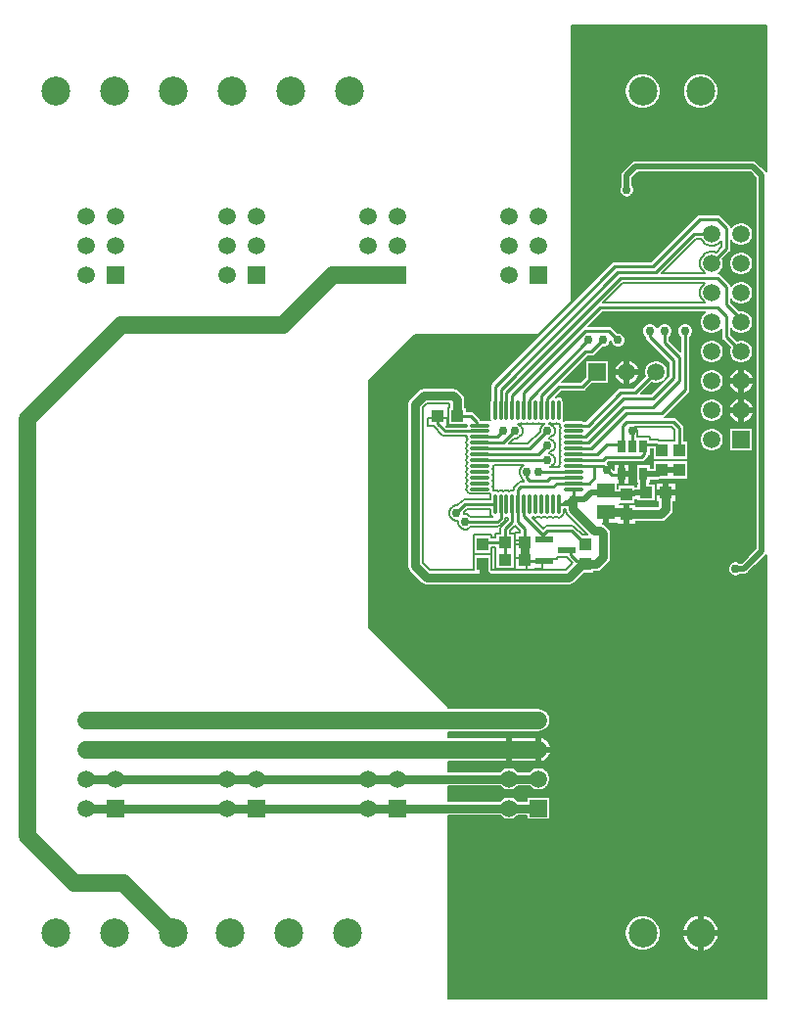
<source format=gbl>
%FSDAX24Y24*%
%MOIN*%
%SFA1B1*%

%IPPOS*%
%ADD11C,0.010000*%
%ADD16C,0.005000*%
%ADD17R,0.039370X0.043310*%
%ADD18R,0.043310X0.039370*%
%ADD44C,0.030000*%
%ADD45C,0.020000*%
%ADD47C,0.060000*%
%ADD50C,0.098430*%
%ADD51R,0.059060X0.059060*%
%ADD52C,0.059060*%
%ADD53R,0.059060X0.059060*%
%ADD54C,0.030000*%
%ADD55O,0.070870X0.011810*%
%ADD56O,0.011810X0.070870*%
%ADD57R,0.059060X0.023620*%
%ADD58R,0.059060X0.051180*%
%ADD59R,0.025590X0.043310*%
%LNpcb_baseboard-1*%
%LPD*%
G54D16*
X026615Y028345D02*
X026600Y028340D01*
X026598Y028344*
X026294Y028648*
X026229Y028691*
X026152Y028707*
X022147*
X022070Y028691*
X022005Y028648*
X021701Y028344*
X021658Y028279*
X021642Y028202*
Y027851*
X021634Y027843*
X021596Y027750*
Y027649*
X021634Y027556*
X021706Y027484*
X021799Y027446*
X021900*
X021993Y027484*
X022065Y027556*
X022103Y027649*
Y027750*
X022065Y027843*
X022057Y027851*
Y028114*
X022235Y028292*
X026064*
X026242Y028114*
Y015485*
X025764Y015007*
X025701*
X025693Y015015*
X025600Y015053*
X025499*
X025406Y015015*
X025334Y014943*
X025296Y014850*
Y014749*
X025334Y014656*
X025406Y014584*
X025499Y014546*
X025600*
X025693Y014584*
X025701Y014592*
X025852*
X025929Y014608*
X025994Y014651*
X026598Y015255*
X026600Y015259*
X026615Y015254*
Y000156*
X015775*
Y006391*
X017543*
X017605Y006330*
X017695Y006278*
X017797Y006251*
X017902*
X018004Y006278*
X018095Y006330*
X018156Y006391*
X018451*
Y006251*
X019249*
Y007049*
X018451*
Y006908*
X018156*
X018095Y006969*
X018004Y007021*
X017902Y007049*
X017797*
X017695Y007021*
X017605Y006969*
X017543Y006908*
X015775*
Y007391*
X017543*
X017605Y007330*
X017695Y007278*
X017797Y007251*
X017902*
X018004Y007278*
X018095Y007330*
X018156Y007391*
X018543*
X018605Y007330*
X018695Y007278*
X018797Y007251*
X018902*
X019004Y007278*
X019094Y007330*
X019169Y007404*
X019221Y007495*
X019249Y007597*
Y007702*
X019221Y007804*
X019169Y007894*
X019094Y007969*
X019004Y008021*
X018902Y008049*
X018797*
X018695Y008021*
X018605Y007969*
X018543Y007908*
X018156*
X018095Y007969*
X018004Y008021*
X017902Y008049*
X017797*
X017695Y008021*
X017605Y007969*
X017543Y007908*
X015775*
Y008243*
X017745*
X017775Y008235*
Y008650*
Y009064*
X017745Y009057*
X015775*
Y009243*
X018851*
X018955Y009256*
X019053Y009297*
X019137Y009362*
X019202Y009446*
X019243Y009544*
X019257Y009650*
X019243Y009755*
X019202Y009853*
X019137Y009937*
X019053Y010002*
X018955Y010043*
X018851Y010057*
X015775*
Y010110*
X013075Y012810*
Y021189*
X014660Y022775*
X018860*
X019975Y023889*
Y033308*
X026615*
Y028345*
X013090Y012800D02*
Y021200D01*
X013140Y012750D02*
Y021250D01*
X013190Y012700D02*
Y021300D01*
X013240Y012650D02*
Y021350D01*
X013290Y012600D02*
Y021400D01*
X013340Y012550D02*
Y021450D01*
X013390Y012500D02*
Y021500D01*
X013440Y012450D02*
Y021550D01*
X013490Y012400D02*
Y021600D01*
X013540Y012350D02*
Y021650D01*
X013590Y012300D02*
Y021700D01*
X013640Y012250D02*
Y021750D01*
X013690Y012200D02*
Y021800D01*
X013740Y012150D02*
Y021850D01*
X013790Y012100D02*
Y021900D01*
X013840Y012050D02*
Y021950D01*
X013890Y012000D02*
Y022000D01*
X013940Y011950D02*
Y022050D01*
X013990Y011900D02*
Y022100D01*
X014040Y011850D02*
Y022150D01*
X014090Y011800D02*
Y022200D01*
X014140Y011750D02*
Y022250D01*
X014190Y011700D02*
Y022300D01*
X014240Y011650D02*
Y022350D01*
X014290Y011600D02*
Y022400D01*
X014340Y011550D02*
Y022450D01*
X014390Y011500D02*
Y022500D01*
X014440Y011450D02*
Y022550D01*
X014490Y011400D02*
Y022600D01*
X014540Y011350D02*
Y022650D01*
X014590Y011300D02*
Y022700D01*
X014640Y011250D02*
Y022750D01*
X014690Y011200D02*
Y022760D01*
X014740Y011150D02*
Y022760D01*
X014790Y011100D02*
Y022760D01*
X014840Y011050D02*
Y022760D01*
X014890Y011000D02*
Y022760D01*
X014940Y010950D02*
Y022760D01*
X014990Y010900D02*
Y022760D01*
X015040Y010850D02*
Y022760D01*
X015090Y010800D02*
Y022760D01*
X015140Y010750D02*
Y022760D01*
X015190Y010700D02*
Y022760D01*
X015240Y010650D02*
Y022760D01*
X015290Y010600D02*
Y022760D01*
X015340Y010550D02*
Y022760D01*
X015390Y010500D02*
Y022760D01*
X015440Y010450D02*
Y022760D01*
X015490Y010400D02*
Y022760D01*
X015540Y010350D02*
Y022760D01*
X015590Y010300D02*
Y022760D01*
X015640Y010250D02*
Y022760D01*
X015690Y010200D02*
Y022760D01*
X015740Y010150D02*
Y022760D01*
X015790Y000170D02*
Y006380D01*
Y006920D02*
Y007380D01*
Y007920D02*
Y008230D01*
Y009070D02*
Y009230D01*
Y010070D02*
Y022760D01*
X015840Y000170D02*
Y006380D01*
Y006920D02*
Y007380D01*
Y007920D02*
Y008230D01*
Y009070D02*
Y009230D01*
Y010070D02*
Y022760D01*
X015890Y000170D02*
Y006380D01*
Y006920D02*
Y007380D01*
Y007920D02*
Y008230D01*
Y009070D02*
Y009230D01*
Y010070D02*
Y022760D01*
X015940Y000170D02*
Y006380D01*
Y006920D02*
Y007380D01*
Y007920D02*
Y008230D01*
Y009070D02*
Y009230D01*
Y010070D02*
Y022760D01*
X015990Y000170D02*
Y006380D01*
Y006920D02*
Y007380D01*
Y007920D02*
Y008230D01*
Y009070D02*
Y009230D01*
Y010070D02*
Y022760D01*
X016040Y000170D02*
Y006380D01*
Y006920D02*
Y007380D01*
Y007920D02*
Y008230D01*
Y009070D02*
Y009230D01*
Y010070D02*
Y022760D01*
X016090Y000170D02*
Y006380D01*
Y006920D02*
Y007380D01*
Y007920D02*
Y008230D01*
Y009070D02*
Y009230D01*
Y010070D02*
Y022760D01*
X016140Y000170D02*
Y006380D01*
Y006920D02*
Y007380D01*
Y007920D02*
Y008230D01*
Y009070D02*
Y009230D01*
Y010070D02*
Y022760D01*
X016190Y000170D02*
Y006380D01*
Y006920D02*
Y007380D01*
Y007920D02*
Y008230D01*
Y009070D02*
Y009230D01*
Y010070D02*
Y022760D01*
X016240Y000170D02*
Y006380D01*
Y006920D02*
Y007380D01*
Y007920D02*
Y008230D01*
Y009070D02*
Y009230D01*
Y010070D02*
Y022760D01*
X016290Y000170D02*
Y006380D01*
Y006920D02*
Y007380D01*
Y007920D02*
Y008230D01*
Y009070D02*
Y009230D01*
Y010070D02*
Y022760D01*
X016340Y000170D02*
Y006380D01*
Y006920D02*
Y007380D01*
Y007920D02*
Y008230D01*
Y009070D02*
Y009230D01*
Y010070D02*
Y022760D01*
X016390Y000170D02*
Y006380D01*
Y006920D02*
Y007380D01*
Y007920D02*
Y008230D01*
Y009070D02*
Y009230D01*
Y010070D02*
Y022760D01*
X016440Y000170D02*
Y006380D01*
Y006920D02*
Y007380D01*
Y007920D02*
Y008230D01*
Y009070D02*
Y009230D01*
Y010070D02*
Y022760D01*
X016490Y000170D02*
Y006380D01*
Y006920D02*
Y007380D01*
Y007920D02*
Y008230D01*
Y009070D02*
Y009230D01*
Y010070D02*
Y022760D01*
X016540Y000170D02*
Y006380D01*
Y006920D02*
Y007380D01*
Y007920D02*
Y008230D01*
Y009070D02*
Y009230D01*
Y010070D02*
Y022760D01*
X016590Y000170D02*
Y006380D01*
Y006920D02*
Y007380D01*
Y007920D02*
Y008230D01*
Y009070D02*
Y009230D01*
Y010070D02*
Y022760D01*
X016640Y000170D02*
Y006380D01*
Y006920D02*
Y007380D01*
Y007920D02*
Y008230D01*
Y009070D02*
Y009230D01*
Y010070D02*
Y022760D01*
X016690Y000170D02*
Y006380D01*
Y006920D02*
Y007380D01*
Y007920D02*
Y008230D01*
Y009070D02*
Y009230D01*
Y010070D02*
Y022760D01*
X016740Y000170D02*
Y006380D01*
Y006920D02*
Y007380D01*
Y007920D02*
Y008230D01*
Y009070D02*
Y009230D01*
Y010070D02*
Y022760D01*
X016790Y000170D02*
Y006380D01*
Y006920D02*
Y007380D01*
Y007920D02*
Y008230D01*
Y009070D02*
Y009230D01*
Y010070D02*
Y022760D01*
X016840Y000170D02*
Y006380D01*
Y006920D02*
Y007380D01*
Y007920D02*
Y008230D01*
Y009070D02*
Y009230D01*
Y010070D02*
Y022760D01*
X016890Y000170D02*
Y006380D01*
Y006920D02*
Y007380D01*
Y007920D02*
Y008230D01*
Y009070D02*
Y009230D01*
Y010070D02*
Y022760D01*
X016940Y000170D02*
Y006380D01*
Y006920D02*
Y007380D01*
Y007920D02*
Y008230D01*
Y009070D02*
Y009230D01*
Y010070D02*
Y022760D01*
X016990Y000170D02*
Y006380D01*
Y006920D02*
Y007380D01*
Y007920D02*
Y008230D01*
Y009070D02*
Y009230D01*
Y010070D02*
Y022760D01*
X017040Y000170D02*
Y006380D01*
Y006920D02*
Y007380D01*
Y007920D02*
Y008230D01*
Y009070D02*
Y009230D01*
Y010070D02*
Y022760D01*
X017090Y000170D02*
Y006380D01*
Y006920D02*
Y007380D01*
Y007920D02*
Y008230D01*
Y009070D02*
Y009230D01*
Y010070D02*
Y022760D01*
X017140Y000170D02*
Y006380D01*
Y006920D02*
Y007380D01*
Y007920D02*
Y008230D01*
Y009070D02*
Y009230D01*
Y010070D02*
Y022760D01*
X017190Y000170D02*
Y006380D01*
Y006920D02*
Y007380D01*
Y007920D02*
Y008230D01*
Y009070D02*
Y009230D01*
Y010070D02*
Y022760D01*
X017240Y000170D02*
Y006380D01*
Y006920D02*
Y007380D01*
Y007920D02*
Y008230D01*
Y009070D02*
Y009230D01*
Y010070D02*
Y022760D01*
X017290Y000170D02*
Y006380D01*
Y006920D02*
Y007380D01*
Y007920D02*
Y008230D01*
Y009070D02*
Y009230D01*
Y010070D02*
Y022760D01*
X017340Y000170D02*
Y006380D01*
Y006920D02*
Y007380D01*
Y007920D02*
Y008230D01*
Y009070D02*
Y009230D01*
Y010070D02*
Y022760D01*
X017390Y000170D02*
Y006380D01*
Y006920D02*
Y007380D01*
Y007920D02*
Y008230D01*
Y009070D02*
Y009230D01*
Y010070D02*
Y022760D01*
X017440Y000170D02*
Y006380D01*
Y006920D02*
Y007380D01*
Y007920D02*
Y008230D01*
Y009070D02*
Y009230D01*
Y010070D02*
Y022760D01*
X017490Y000170D02*
Y006380D01*
Y006920D02*
Y007380D01*
Y007920D02*
Y008230D01*
Y009070D02*
Y009230D01*
Y010070D02*
Y022760D01*
X017540Y000170D02*
Y006380D01*
Y006930D02*
Y007380D01*
Y007930D02*
Y008230D01*
Y009070D02*
Y009230D01*
Y010070D02*
Y022760D01*
X017590Y000170D02*
Y006340D01*
Y006970D02*
Y007340D01*
Y007970D02*
Y008230D01*
Y009070D02*
Y009230D01*
Y010070D02*
Y022760D01*
X017640Y000170D02*
Y006310D01*
Y007000D02*
Y007310D01*
Y008000D02*
Y008230D01*
Y009070D02*
Y009230D01*
Y010070D02*
Y022760D01*
X017690Y000170D02*
Y006280D01*
Y007030D02*
Y007280D01*
Y008030D02*
Y008230D01*
Y009070D02*
Y009230D01*
Y010070D02*
Y022760D01*
X017740Y000170D02*
Y006260D01*
Y007050D02*
Y007260D01*
Y008050D02*
Y008230D01*
Y009070D02*
Y009230D01*
Y010070D02*
Y022760D01*
X017790Y000170D02*
Y006250D01*
Y007060D02*
Y007250D01*
Y008060D02*
Y009230D01*
Y010070D02*
Y022760D01*
X017840Y000170D02*
Y006240D01*
Y007060D02*
Y007240D01*
Y008060D02*
Y009230D01*
Y010070D02*
Y022760D01*
X017890Y000170D02*
Y006240D01*
Y007060D02*
Y007240D01*
Y008060D02*
Y009230D01*
Y010070D02*
Y022760D01*
X017940Y000170D02*
Y006260D01*
Y007050D02*
Y007260D01*
Y008050D02*
Y009230D01*
Y010070D02*
Y022760D01*
X017990Y000170D02*
Y006270D01*
Y007040D02*
Y007270D01*
Y008040D02*
Y009230D01*
Y010070D02*
Y022760D01*
X018040Y000170D02*
Y006300D01*
Y007010D02*
Y007300D01*
Y008010D02*
Y009230D01*
Y010070D02*
Y022760D01*
X018090Y000170D02*
Y006320D01*
Y006990D02*
Y007320D01*
Y007990D02*
Y009230D01*
Y010070D02*
Y022760D01*
X018140Y000170D02*
Y006370D01*
Y006940D02*
Y007370D01*
Y007940D02*
Y009230D01*
Y010070D02*
Y022760D01*
X018190Y000170D02*
Y006380D01*
Y006920D02*
Y007380D01*
Y007920D02*
Y009230D01*
Y010070D02*
Y022760D01*
X018240Y000170D02*
Y006380D01*
Y006920D02*
Y007380D01*
Y007920D02*
Y009230D01*
Y010070D02*
Y022760D01*
X018290Y000170D02*
Y006380D01*
Y006920D02*
Y007380D01*
Y007920D02*
Y009230D01*
Y010070D02*
Y022760D01*
X018340Y000170D02*
Y006380D01*
Y006920D02*
Y007380D01*
Y007920D02*
Y009230D01*
Y010070D02*
Y022760D01*
X018390Y000170D02*
Y006380D01*
Y006920D02*
Y007380D01*
Y007920D02*
Y009230D01*
Y010070D02*
Y022760D01*
X018440Y000170D02*
Y006380D01*
Y006920D02*
Y007380D01*
Y007920D02*
Y009230D01*
Y010070D02*
Y022760D01*
X018490Y000170D02*
Y006240D01*
Y007060D02*
Y007380D01*
Y007920D02*
Y009230D01*
Y010070D02*
Y022760D01*
X018540Y000170D02*
Y006240D01*
Y007060D02*
Y007380D01*
Y007930D02*
Y009230D01*
Y010070D02*
Y022760D01*
X018590Y000170D02*
Y006240D01*
Y007060D02*
Y007340D01*
Y007970D02*
Y009230D01*
Y010070D02*
Y022760D01*
X018640Y000170D02*
Y006240D01*
Y007060D02*
Y007310D01*
Y008000D02*
Y009230D01*
Y010070D02*
Y022760D01*
X018690Y000170D02*
Y006240D01*
Y007060D02*
Y007280D01*
Y008030D02*
Y009230D01*
Y010070D02*
Y022760D01*
X018740Y000170D02*
Y006240D01*
Y007060D02*
Y007260D01*
Y008050D02*
Y009230D01*
Y010070D02*
Y022760D01*
X018790Y000170D02*
Y006240D01*
Y007060D02*
Y007250D01*
Y008060D02*
Y009230D01*
Y010070D02*
Y022760D01*
X018840Y000170D02*
Y006240D01*
Y007060D02*
Y007240D01*
Y008060D02*
Y009230D01*
Y010070D02*
Y022760D01*
X018890Y000170D02*
Y006240D01*
Y007060D02*
Y007240D01*
Y008060D02*
Y009240D01*
Y010070D02*
Y022800D01*
X018940Y000170D02*
Y006240D01*
Y007060D02*
Y007260D01*
Y008050D02*
Y009250D01*
Y010060D02*
Y022850D01*
X018990Y000170D02*
Y006240D01*
Y007060D02*
Y007270D01*
Y008040D02*
Y009270D01*
Y010040D02*
Y022900D01*
X019040Y000170D02*
Y006240D01*
Y007060D02*
Y007300D01*
Y008010D02*
Y009290D01*
Y010020D02*
Y022950D01*
X019090Y000170D02*
Y006240D01*
Y007060D02*
Y007330D01*
Y007980D02*
Y009320D01*
Y009990D02*
Y023000D01*
X019140Y000170D02*
Y006240D01*
Y007060D02*
Y007370D01*
Y007930D02*
Y009360D01*
Y009950D02*
Y023050D01*
X019190Y000170D02*
Y006240D01*
Y007060D02*
Y007440D01*
Y007870D02*
Y009430D01*
Y009880D02*
Y023100D01*
X019240Y000170D02*
Y006240D01*
Y007060D02*
Y007560D01*
Y007750D02*
Y009540D01*
Y009770D02*
Y023150D01*
X019290Y000170D02*
Y023200D01*
X019340Y000170D02*
Y023250D01*
X019390Y000170D02*
Y023300D01*
X019440Y000170D02*
Y023350D01*
X019490Y000170D02*
Y023400D01*
X019540Y000170D02*
Y023450D01*
X019590Y000170D02*
Y023500D01*
X019640Y000170D02*
Y023550D01*
X019690Y000170D02*
Y023600D01*
X019740Y000170D02*
Y023650D01*
X019790Y000170D02*
Y023700D01*
X019840Y000170D02*
Y023750D01*
X019890Y000170D02*
Y023800D01*
X019940Y000170D02*
Y023850D01*
X019990Y000170D02*
Y033310D01*
X020040Y000170D02*
Y033310D01*
X020090Y000170D02*
Y033310D01*
X020140Y000170D02*
Y033310D01*
X020190Y000170D02*
Y033310D01*
X020240Y000170D02*
Y033310D01*
X020290Y000170D02*
Y033310D01*
X020340Y000170D02*
Y033310D01*
X020390Y000170D02*
Y033310D01*
X020440Y000170D02*
Y033310D01*
X020490Y000170D02*
Y033310D01*
X020540Y000170D02*
Y033310D01*
X020590Y000170D02*
Y033310D01*
X020640Y000170D02*
Y033310D01*
X020690Y000170D02*
Y033310D01*
X020740Y000170D02*
Y033310D01*
X020790Y000170D02*
Y033310D01*
X020840Y000170D02*
Y033310D01*
X020890Y000170D02*
Y033310D01*
X020940Y000170D02*
Y033310D01*
X020990Y000170D02*
Y033310D01*
X021040Y000170D02*
Y033310D01*
X021090Y000170D02*
Y033310D01*
X021140Y000170D02*
Y033310D01*
X021190Y000170D02*
Y033310D01*
X021240Y000170D02*
Y033310D01*
X021290Y000170D02*
Y033310D01*
X021340Y000170D02*
Y033310D01*
X021390Y000170D02*
Y033310D01*
X021440Y000170D02*
Y033310D01*
X021490Y000170D02*
Y033310D01*
X021540Y000170D02*
Y033310D01*
X021590Y000170D02*
Y033310D01*
X021640Y000170D02*
Y027540D01*
Y028220D02*
Y033310D01*
X021690Y000170D02*
Y027490D01*
Y028340D02*
Y033310D01*
X021740Y000170D02*
Y027460D01*
Y028400D02*
Y033310D01*
X021790Y000170D02*
Y027450D01*
Y028450D02*
Y033310D01*
X021840Y000170D02*
Y027440D01*
Y028500D02*
Y033310D01*
X021890Y000170D02*
Y027440D01*
Y028550D02*
Y033310D01*
X021940Y000170D02*
Y027460D01*
Y028600D02*
Y033310D01*
X021990Y000170D02*
Y027480D01*
Y028650D02*
Y033310D01*
X022040Y000170D02*
Y027530D01*
Y028690D02*
Y033310D01*
X022090Y000170D02*
Y027620D01*
Y027790D02*
Y028140D01*
Y028710D02*
Y033310D01*
X022140Y000170D02*
Y028190D01*
Y028720D02*
Y033310D01*
X022190Y000170D02*
Y028240D01*
Y028720D02*
Y033310D01*
X022240Y000170D02*
Y028280D01*
Y028720D02*
Y033310D01*
X022290Y000170D02*
Y028280D01*
Y028720D02*
Y033310D01*
X022340Y000170D02*
Y028280D01*
Y028720D02*
Y033310D01*
X022390Y000170D02*
Y028280D01*
Y028720D02*
Y033310D01*
X022440Y000170D02*
Y028280D01*
Y028720D02*
Y033310D01*
X022490Y000170D02*
Y028280D01*
Y028720D02*
Y033310D01*
X022540Y000170D02*
Y028280D01*
Y028720D02*
Y033310D01*
X022590Y000170D02*
Y028280D01*
Y028720D02*
Y033310D01*
X022640Y000170D02*
Y028280D01*
Y028720D02*
Y033310D01*
X022690Y000170D02*
Y028280D01*
Y028720D02*
Y033310D01*
X022740Y000170D02*
Y028280D01*
Y028720D02*
Y033310D01*
X022790Y000170D02*
Y028280D01*
Y028720D02*
Y033310D01*
X022840Y000170D02*
Y028280D01*
Y028720D02*
Y033310D01*
X022890Y000170D02*
Y028280D01*
Y028720D02*
Y033310D01*
X022940Y000170D02*
Y028280D01*
Y028720D02*
Y033310D01*
X022990Y000170D02*
Y028280D01*
Y028720D02*
Y033310D01*
X023040Y000170D02*
Y028280D01*
Y028720D02*
Y033310D01*
X023090Y000170D02*
Y028280D01*
Y028720D02*
Y033310D01*
X023140Y000170D02*
Y028280D01*
Y028720D02*
Y033310D01*
X023190Y000170D02*
Y028280D01*
Y028720D02*
Y033310D01*
X023240Y000170D02*
Y028280D01*
Y028720D02*
Y033310D01*
X023290Y000170D02*
Y028280D01*
Y028720D02*
Y033310D01*
X023340Y000170D02*
Y028280D01*
Y028720D02*
Y033310D01*
X023390Y000170D02*
Y028280D01*
Y028720D02*
Y033310D01*
X023440Y000170D02*
Y028280D01*
Y028720D02*
Y033310D01*
X023490Y000170D02*
Y028280D01*
Y028720D02*
Y033310D01*
X023540Y000170D02*
Y028280D01*
Y028720D02*
Y033310D01*
X023590Y000170D02*
Y028280D01*
Y028720D02*
Y033310D01*
X023640Y000170D02*
Y028280D01*
Y028720D02*
Y033310D01*
X023690Y000170D02*
Y028280D01*
Y028720D02*
Y033310D01*
X023740Y000170D02*
Y028280D01*
Y028720D02*
Y033310D01*
X023790Y000170D02*
Y028280D01*
Y028720D02*
Y033310D01*
X023840Y000170D02*
Y028280D01*
Y028720D02*
Y033310D01*
X023890Y000170D02*
Y028280D01*
Y028720D02*
Y033310D01*
X023940Y000170D02*
Y028280D01*
Y028720D02*
Y033310D01*
X023990Y000170D02*
Y028280D01*
Y028720D02*
Y033310D01*
X024040Y000170D02*
Y028280D01*
Y028720D02*
Y033310D01*
X024090Y000170D02*
Y028280D01*
Y028720D02*
Y033310D01*
X024140Y000170D02*
Y028280D01*
Y028720D02*
Y033310D01*
X024190Y000170D02*
Y028280D01*
Y028720D02*
Y033310D01*
X024240Y000170D02*
Y028280D01*
Y028720D02*
Y033310D01*
X024290Y000170D02*
Y028280D01*
Y028720D02*
Y033310D01*
X024340Y000170D02*
Y028280D01*
Y028720D02*
Y033310D01*
X024390Y000170D02*
Y028280D01*
Y028720D02*
Y033310D01*
X024440Y000170D02*
Y028280D01*
Y028720D02*
Y033310D01*
X024490Y000170D02*
Y028280D01*
Y028720D02*
Y033310D01*
X024540Y000170D02*
Y028280D01*
Y028720D02*
Y033310D01*
X024590Y000170D02*
Y028280D01*
Y028720D02*
Y033310D01*
X024640Y000170D02*
Y028280D01*
Y028720D02*
Y033310D01*
X024690Y000170D02*
Y028280D01*
Y028720D02*
Y033310D01*
X024740Y000170D02*
Y028280D01*
Y028720D02*
Y033310D01*
X024790Y000170D02*
Y028280D01*
Y028720D02*
Y033310D01*
X024840Y000170D02*
Y028280D01*
Y028720D02*
Y033310D01*
X024890Y000170D02*
Y028280D01*
Y028720D02*
Y033310D01*
X024940Y000170D02*
Y028280D01*
Y028720D02*
Y033310D01*
X024990Y000170D02*
Y028280D01*
Y028720D02*
Y033310D01*
X025040Y000170D02*
Y028280D01*
Y028720D02*
Y033310D01*
X025090Y000170D02*
Y028280D01*
Y028720D02*
Y033310D01*
X025140Y000170D02*
Y028280D01*
Y028720D02*
Y033310D01*
X025190Y000170D02*
Y028280D01*
Y028720D02*
Y033310D01*
X025240Y000170D02*
Y028280D01*
Y028720D02*
Y033310D01*
X025290Y000170D02*
Y028280D01*
Y028720D02*
Y033310D01*
X025340Y000170D02*
Y014640D01*
Y014970D02*
Y028280D01*
Y028720D02*
Y033310D01*
X025390Y000170D02*
Y014590D01*
Y015020D02*
Y028280D01*
Y028720D02*
Y033310D01*
X025440Y000170D02*
Y014560D01*
Y015050D02*
Y028280D01*
Y028720D02*
Y033310D01*
X025490Y000170D02*
Y014550D01*
Y015060D02*
Y028280D01*
Y028720D02*
Y033310D01*
X025540Y000170D02*
Y014540D01*
Y015060D02*
Y028280D01*
Y028720D02*
Y033310D01*
X025590Y000170D02*
Y014540D01*
Y015060D02*
Y028280D01*
Y028720D02*
Y033310D01*
X025640Y000170D02*
Y014560D01*
Y015050D02*
Y028280D01*
Y028720D02*
Y033310D01*
X025690Y000170D02*
Y014580D01*
Y015030D02*
Y028280D01*
Y028720D02*
Y033310D01*
X025740Y000170D02*
Y014580D01*
Y015020D02*
Y028280D01*
Y028720D02*
Y033310D01*
X025790Y000170D02*
Y014580D01*
Y015060D02*
Y028280D01*
Y028720D02*
Y033310D01*
X025840Y000170D02*
Y014580D01*
Y015110D02*
Y028280D01*
Y028720D02*
Y033310D01*
X025890Y000170D02*
Y014600D01*
Y015160D02*
Y028280D01*
Y028720D02*
Y033310D01*
X025940Y000170D02*
Y014610D01*
Y015210D02*
Y028280D01*
Y028720D02*
Y033310D01*
X025990Y000170D02*
Y014650D01*
Y015260D02*
Y028280D01*
Y028720D02*
Y033310D01*
X026040Y000170D02*
Y014700D01*
Y015310D02*
Y028280D01*
Y028720D02*
Y033310D01*
X026090Y000170D02*
Y014750D01*
Y015360D02*
Y028250D01*
Y028720D02*
Y033310D01*
X026140Y000170D02*
Y014800D01*
Y015410D02*
Y028200D01*
Y028720D02*
Y033310D01*
X026190Y000170D02*
Y014850D01*
Y015460D02*
Y028150D01*
Y028710D02*
Y033310D01*
X026240Y000170D02*
Y014900D01*
Y028700D02*
Y033310D01*
X026290Y000170D02*
Y014950D01*
Y028660D02*
Y033310D01*
X026340Y000170D02*
Y015000D01*
Y028610D02*
Y033310D01*
X026390Y000170D02*
Y015050D01*
Y028560D02*
Y033310D01*
X026440Y000170D02*
Y015100D01*
Y028510D02*
Y033310D01*
X026490Y000170D02*
Y015150D01*
Y028460D02*
Y033310D01*
X026540Y000170D02*
Y015200D01*
Y028410D02*
Y033310D01*
X026590Y000170D02*
Y015250D01*
Y028360D02*
Y033310D01*
X023060Y024880D02*
X024490D01*
X023110Y024930D02*
X024450D01*
X023160Y024980D02*
X024410D01*
X023210Y025030D02*
X024390D01*
X023260Y025080D02*
X024370D01*
X023310Y025130D02*
X024350D01*
X023360Y025180D02*
X024340D01*
X023410Y025230D02*
X024340D01*
X023460Y025280D02*
X024350D01*
X023510Y025330D02*
X024370D01*
X023560Y025380D02*
X024390D01*
X023610Y025430D02*
X024420D01*
X023660Y025480D02*
X024460D01*
X023710Y025530D02*
X024510D01*
X023760Y025580D02*
X024630D01*
X024880D02*
X024900D01*
X023810Y025630D02*
X024950D01*
X023860Y025680D02*
X025000D01*
X023910Y025730D02*
X025050D01*
X023960Y025780D02*
X025090D01*
X024010Y025830D02*
X024590D01*
X024910D02*
X025090D01*
X024060Y025880D02*
X024490D01*
X025010D02*
X025090D01*
X024110Y025930D02*
X024440D01*
X025060D02*
X025090D01*
X024160Y025980D02*
X024410D01*
X024210Y026030D02*
X024380D01*
X021060Y023880D02*
X024490D01*
X021110Y023930D02*
X024440D01*
X021160Y023980D02*
X024410D01*
X021210Y024030D02*
X024380D01*
X021260Y024080D02*
X024370D01*
X021310Y024130D02*
X024350D01*
X021360Y024180D02*
X024340D01*
X021410Y024230D02*
X024340D01*
X021460Y024280D02*
X024350D01*
X021510Y024330D02*
X024370D01*
X021560Y024380D02*
X024390D01*
X021610Y024430D02*
X024410D01*
X021660Y024480D02*
X024450D01*
X021710Y024530D02*
X024520D01*
X019250Y018270D02*
D01*
Y018750D02*
Y018760D01*
Y019250D02*
Y019260D01*
Y019750D02*
D01*
X019300Y018270D02*
Y018290D01*
Y018720D02*
Y018790D01*
Y019220D02*
Y019290D01*
Y019720D02*
Y019740D01*
X019350Y018270D02*
Y018340D01*
Y018670D02*
Y018840D01*
Y019170D02*
Y019340D01*
Y019670D02*
Y019730D01*
X019400Y018270D02*
Y019750D01*
X019450Y018270D02*
Y019750D01*
X019500Y018270D02*
Y019730D01*
X019550Y018290D02*
Y019730D01*
X019600Y018430D02*
D01*
Y018590D02*
Y018620D01*
Y018780D02*
Y018820D01*
Y018980D02*
Y019020D01*
Y019180D02*
Y019220D01*
Y019370D02*
Y019410D01*
Y019570D02*
Y019610D01*
X018859Y019698D02*
X018942Y019682D01*
X019025Y019698*
X019040Y019709*
X019010Y019728*
X019008Y019746*
X019010Y019770*
X018977Y019757*
X018892Y019672*
X018846Y019560*
Y019487*
X018459Y019101*
X017877*
X017896Y019055*
X018037Y019196*
X018110*
X018222Y019242*
X018307Y019327*
X018353Y019439*
Y019560*
X018307Y019672*
X018222Y019757*
X018229Y019754*
X018233Y019766*
X018396Y019730*
X018237Y019698*
X018253Y019709*
X018268Y019698*
X018351Y019682*
X018434Y019698*
X018449Y019709*
X018465Y019698*
X018548Y019682*
X018631Y019698*
X018646Y019709*
X018662Y019698*
X018745Y019682*
X018828Y019698*
X018843Y019709*
X018859Y019698*
X017850Y019070D02*
X018490D01*
X017900Y019120D02*
X018540D01*
X017950Y019170D02*
X018590D01*
X018000Y019220D02*
X018640D01*
X018170Y019270D02*
X018690D01*
X018240Y019320D02*
X018740D01*
X018290Y019370D02*
X018790D01*
X018300Y019420D02*
X018840D01*
X018310Y019470D02*
X018890D01*
X018310Y019520D02*
X018890D01*
X018310Y019570D02*
X018900D01*
X018290Y019620D02*
X018920D01*
X018250Y019670D02*
X018950D01*
X018200Y019720D02*
X019000D01*
X014930Y015000D02*
Y020310D01*
X014980Y014950D02*
Y020360D01*
X015030Y014900D02*
Y020410D01*
X015080Y014850D02*
Y019670D01*
Y019930D02*
Y020440D01*
X015130Y014800D02*
Y019670D01*
Y019930D02*
Y020440D01*
X015180Y014770D02*
Y019670D01*
Y019930D02*
Y020440D01*
X015230Y014770D02*
Y019670D01*
Y019930D02*
Y020440D01*
X015280Y014770D02*
Y019650D01*
Y019930D02*
Y020440D01*
X015330Y014770D02*
Y019590D01*
Y019930D02*
Y020440D01*
X015380Y014770D02*
Y019540D01*
Y019930D02*
Y020440D01*
X015430Y014770D02*
Y019490D01*
Y019930D02*
Y020440D01*
X015480Y014770D02*
Y019440D01*
Y019930D02*
Y020440D01*
X015530Y014770D02*
Y019390D01*
Y019930D02*
Y020440D01*
X015580Y014770D02*
Y019350D01*
Y019930D02*
Y020440D01*
X015630Y014770D02*
Y019330D01*
Y019930D02*
Y020440D01*
X015680Y014770D02*
Y019320D01*
Y019930D02*
Y020440D01*
X015730Y014770D02*
Y019320D01*
Y019650D02*
Y019670D01*
Y019930D02*
Y020440D01*
X015780Y014770D02*
Y019320D01*
Y019650D02*
Y019690D01*
Y020310D02*
Y020440D01*
X015830Y014770D02*
Y016550D01*
Y016860D02*
Y019320D01*
Y019650D02*
Y019690D01*
X015880Y014770D02*
Y016500D01*
Y016910D02*
Y019320D01*
Y019650D02*
Y019690D01*
X015930Y014770D02*
Y016470D01*
Y016940D02*
Y019320D01*
Y019650D02*
Y019690D01*
X015980Y014770D02*
Y016450D01*
Y016960D02*
Y019320D01*
Y019650D02*
Y019690D01*
X016030Y014770D02*
Y016440D01*
Y016960D02*
Y019320D01*
Y019650D02*
Y019690D01*
X016080Y014770D02*
Y016440D01*
Y016970D02*
Y019320D01*
Y019650D02*
Y019690D01*
X016130Y014770D02*
Y016250D01*
Y017020D02*
Y019320D01*
Y019650D02*
Y019690D01*
X016180Y014770D02*
Y016200D01*
Y017070D02*
Y019320D01*
Y019650D02*
Y019690D01*
X016230Y014770D02*
Y016170D01*
Y017120D02*
Y019320D01*
Y019650D02*
Y019690D01*
X016280Y014770D02*
Y016150D01*
Y017150D02*
Y019320D01*
Y019650D02*
Y019690D01*
X016330Y014770D02*
Y016140D01*
Y017170D02*
Y019320D01*
Y019650D02*
Y019690D01*
X016380Y014770D02*
Y016140D01*
Y017170D02*
Y019310D01*
Y019670D02*
Y019690D01*
X016430Y014770D02*
Y016160D01*
Y017170D02*
Y017410D01*
X016480Y014770D02*
Y016170D01*
Y017170D02*
Y017370D01*
X016530Y014770D02*
Y016220D01*
Y017170D02*
Y017350D01*
X016580Y014770D02*
Y016230D01*
Y017170D02*
Y017340D01*
X016630Y014770D02*
Y016230D01*
Y017170D02*
Y017340D01*
X016680Y015300D02*
D01*
Y015960D02*
Y016230D01*
Y017170D02*
Y017340D01*
X016730Y015300D02*
D01*
Y015960D02*
Y016230D01*
Y017170D02*
Y017340D01*
X016780Y015300D02*
D01*
Y015960D02*
Y016230D01*
Y017170D02*
Y017340D01*
X016830Y015300D02*
D01*
Y015960D02*
Y016230D01*
Y017170D02*
Y017340D01*
X016880Y015300D02*
D01*
Y015960D02*
Y016230D01*
Y017170D02*
Y017340D01*
X016930Y015300D02*
D01*
Y015960D02*
Y016230D01*
Y017170D02*
Y017340D01*
X016980Y015300D02*
D01*
Y015960D02*
Y016230D01*
Y017170D02*
Y017340D01*
X017030Y015300D02*
D01*
Y015960D02*
Y016230D01*
Y017170D02*
Y017340D01*
X017080Y015300D02*
D01*
Y015960D02*
Y016230D01*
Y017170D02*
Y017340D01*
X017130Y015300D02*
D01*
Y015960D02*
Y016230D01*
Y017170D02*
Y017340D01*
X017180Y015300D02*
D01*
Y015960D02*
Y016230D01*
Y017170D02*
Y017350D01*
X017230Y015300D02*
D01*
Y015960D02*
Y016230D01*
X017280Y014770D02*
Y015530D01*
Y015870D02*
Y016230D01*
X017330Y014770D02*
Y015530D01*
Y015870D02*
Y016230D01*
X017380Y014770D02*
Y015530D01*
Y015870D02*
Y016230D01*
X017430Y014770D02*
Y014790D01*
Y016010D02*
Y016230D01*
X017480Y014770D02*
Y014790D01*
Y016010D02*
Y016250D01*
X017530Y014770D02*
Y014790D01*
Y016010D02*
Y016270D01*
X017580Y014770D02*
Y014790D01*
Y016260D02*
Y016310D01*
X017630Y014770D02*
Y014790D01*
Y016320D02*
Y016360D01*
X017680Y014770D02*
Y014790D01*
Y016370D02*
Y016410D01*
X017730Y014770D02*
Y014790D01*
Y016420D02*
Y016530D01*
X017780Y014770D02*
Y014790D01*
Y016470D02*
Y016530D01*
X017830Y014770D02*
Y014790D01*
X017880Y014770D02*
Y014790D01*
Y016010D02*
Y016110D01*
X017930Y014770D02*
Y014790D01*
Y016010D02*
Y016160D01*
X017980Y014770D02*
Y014790D01*
Y016010D02*
Y016210D01*
X018030Y014770D02*
Y014790D01*
Y016010D02*
Y016260D01*
X018080Y014770D02*
Y015160D01*
Y015630D02*
Y015760D01*
Y016030D02*
Y016240D01*
X018130Y014770D02*
Y015160D01*
Y015630D02*
Y015760D01*
Y016030D02*
Y016190D01*
X018180Y014770D02*
Y015160D01*
Y015630D02*
Y015760D01*
Y016030D02*
Y016140D01*
X018230Y014770D02*
Y015160D01*
Y015630D02*
Y015760D01*
X018280Y014770D02*
Y015160D01*
Y015630D02*
Y015760D01*
X018330Y014770D02*
Y015160D01*
Y015630D02*
Y015760D01*
X018380Y014770D02*
Y015060D01*
X018430Y014770D02*
Y015060D01*
X018480Y014770D02*
D01*
X018530D02*
D01*
X018580D02*
D01*
X018630D02*
D01*
X018680D02*
D01*
X018730D02*
Y014800D01*
X018780Y014770D02*
Y014800D01*
X018830Y014770D02*
Y014800D01*
X018880Y014770D02*
Y014800D01*
X018930Y014770D02*
Y014800D01*
X018980Y014770D02*
Y015020D01*
X019030Y014770D02*
Y015020D01*
X019080Y014770D02*
Y015120D01*
X019130Y014770D02*
Y015120D01*
X019180Y014770D02*
Y015120D01*
X019230Y014770D02*
Y015120D01*
X019280Y014770D02*
Y015120D01*
X019330Y014770D02*
Y015120D01*
X019380Y014770D02*
Y015120D01*
X019430Y014770D02*
Y015120D01*
X019480Y014770D02*
Y015190D01*
X019530Y014770D02*
Y015190D01*
X019580Y014770D02*
Y015190D01*
X019630Y014770D02*
Y015190D01*
X019680Y014770D02*
Y015190D01*
X019730Y014770D02*
Y015190D01*
X019780Y014780D02*
Y015190D01*
X019830Y014830D02*
Y015180D01*
X019880Y014880D02*
Y015110D01*
X019930Y014930D02*
Y015060D01*
X019980Y014980D02*
Y015010D01*
X022950Y019170D02*
X023490D01*
X022670Y019220D02*
X023490D01*
X022670Y019270D02*
X023490D01*
X022220Y019320D02*
X023490D01*
X022220Y019370D02*
X023490D01*
X022220Y019420D02*
X023490D01*
X022220Y019470D02*
X023490D01*
X022220Y019520D02*
X023490D01*
X022200Y019570D02*
X023450D01*
X022160Y019620D02*
X023400D01*
X017410Y017460D02*
X017520D01*
X017610D02*
X017720D01*
X017800D02*
X017920D01*
X017330Y017510D02*
X017990D01*
X017320Y017560D02*
X018000D01*
X017300Y017610D02*
X018030D01*
X017320Y017660D02*
X018080D01*
X017330Y017710D02*
X018130D01*
X017320Y017760D02*
X018340D01*
X017290Y017810D02*
X018320D01*
X017320Y017860D02*
X018300D01*
X017330Y017910D02*
X018270D01*
X017320Y017960D02*
X018220D01*
X017290Y018010D02*
X018210D01*
X017320Y018060D02*
X018190D01*
X017330Y018110D02*
X018190D01*
X017320Y018160D02*
X018200D01*
X017290Y018210D02*
X018210D01*
X017320Y018260D02*
X018240D01*
X017320Y018310D02*
X018290D01*
X020340Y015970D02*
X020510D01*
X020290Y016020D02*
X020460D01*
X020240Y016070D02*
X020410D01*
X020190Y016120D02*
X020360D01*
X020140Y016170D02*
X020310D01*
X018960Y016220D02*
X019050D01*
X020090D02*
X020260D01*
X018910Y016270D02*
X020210D01*
X018860Y016320D02*
X020160D01*
X018810Y016370D02*
X020110D01*
X018760Y016420D02*
X020060D01*
X018710Y016470D02*
X020010D01*
X018660Y016520D02*
X019960D01*
X018840Y016570D02*
X018850D01*
X019040D02*
X019050D01*
X019230D02*
X019250D01*
X019430D02*
X019440D01*
X019630D02*
X019910D01*
X019680Y016620D02*
X019860D01*
X019710Y016670D02*
X019820D01*
X019710Y016720D02*
X019780D01*
X019710Y016770D02*
X019770D01*
X019710Y016820D02*
X019780D01*
X016540Y016580D02*
X017260D01*
X016470Y016630D02*
X017220D01*
X016310Y016680D02*
X017200D01*
X016310Y016730D02*
X017190D01*
X016360Y016780D02*
X017190D01*
X016410Y016830D02*
X017190D01*
%LNpcb_baseboard-2*%
%LPC*%
G36*
X024444Y031635D02*
X024294D01*
X024148Y031597*
X024018Y031521*
X023912Y031415*
X023837Y031285*
X023798Y031140*
Y030989*
X023837Y030844*
X023912Y030714*
X024018Y030608*
X024148Y030533*
X024294Y030494*
X024444*
X024589Y030533*
X024719Y030608*
X024826Y030714*
X024901Y030844*
X024940Y030989*
Y031140*
X024901Y031285*
X024826Y031415*
X024719Y031521*
X024589Y031597*
X024444Y031635*
G37*
G36*
X022475D02*
X022325D01*
X022180Y031597*
X022050Y031521*
X021943Y031415*
X021868Y031285*
X021829Y031140*
Y030989*
X021868Y030844*
X021943Y030714*
X022050Y030608*
X022180Y030533*
X022325Y030494*
X022475*
X022621Y030533*
X022751Y030608*
X022857Y030714*
X022932Y030844*
X022971Y030989*
Y031140*
X022932Y031285*
X022857Y031415*
X022751Y031521*
X022621Y031597*
X022475Y031635*
G37*
G36*
X024950Y026831D02*
X024350D01*
X024299Y026821*
X024257Y026792*
X022695Y025231*
X021450*
X021399Y025221*
X021357Y025192*
X017274Y021110*
X017246Y021067*
X017236Y021017*
Y020536*
X017226Y020489*
Y019899*
X017236Y019851*
X017219Y019830*
X017198Y019813*
X017150Y019823*
X016875*
X016872Y019837*
X016843Y019880*
X016631Y020092*
X016588Y020121*
X016538Y020131*
X016379*
Y020275*
X016317*
Y020565*
X016300Y020654*
X016249Y020730*
X016114Y020864*
X016039Y020915*
X015950Y020933*
X014950*
X014860Y020915*
X014785Y020864*
X014485Y020564*
X014434Y020489*
X014416Y020400*
Y014900*
X014434Y014810*
X014485Y014735*
X014885Y014335*
X014960Y014284*
X015050Y014266*
X019884*
X019973Y014284*
X020049Y014335*
X020384Y014670*
X020725*
Y014732*
X020815*
X020904Y014749*
X020980Y014800*
X021214Y015035*
X021265Y015110*
X021283Y015200*
Y016000*
X021265Y016089*
X021214Y016164*
X021114Y016264*
X021039Y016315*
X021016Y016320*
X021021Y016370*
X021050*
Y016726*
X021250*
Y016370*
X021545*
X021553Y016348*
X021750*
Y016665*
Y016981*
X021593*
X021589Y016989*
X021620Y017039*
X022125*
Y017173*
X022170Y017182*
X022176Y017186*
X022220Y017162*
Y017124*
X022810*
Y017675*
X022606*
Y017732*
X022630*
Y017845*
X022912*
X022981Y017859*
X022998Y017870*
X023325*
X023374*
X023925*
Y018460*
X023374*
X023325*
X022774*
Y018209*
X022630*
Y018322*
X022217*
Y017732*
X022241*
Y017675*
X022220*
Y017582*
X022150*
X022125Y017602*
Y017629*
X021574*
Y017516*
X021524*
Y017711*
X021576*
Y018027*
Y018344*
X021448*
Y018146*
X021398Y018137*
X021170Y018365*
X021168Y018368*
X021170Y018434*
X021204Y018468*
X022350*
X022400Y018478*
X022442Y018507*
X022542Y018607*
X022571Y018649*
X022576Y018677*
X022630*
Y018913*
X022774*
Y018539*
X023325*
X023374*
X023925*
Y019129*
X023781*
Y019600*
X023771Y019650*
X023742Y019692*
X023542Y019892*
X023500Y019921*
X023450Y019931*
X023134*
X023103Y019977*
X023104Y019981*
X023142Y020007*
X023942Y020807*
X023971Y020849*
X023981Y020900*
Y022707*
X024043Y022770*
X024078Y022854*
Y022945*
X024043Y023029*
X023979Y023093*
X023895Y023128*
X023804*
X023720Y023093*
X023656Y023029*
X023621Y022945*
Y022854*
X023656Y022770*
X023718Y022707*
Y022182*
X023672Y022163*
X023281Y022554*
Y022707*
X023343Y022770*
X023378Y022854*
Y022945*
X023343Y023029*
X023279Y023093*
X023195Y023128*
X023104*
X023020Y023093*
X022956Y023029*
X022925Y022954*
X022924Y022954*
X022875*
X022875Y022954*
X022843Y023029*
X022779Y023093*
X022695Y023128*
X022604*
X022520Y023093*
X022456Y023029*
X022421Y022945*
Y022854*
X022456Y022770*
X022518Y022707*
Y022700*
X022528Y022649*
X022557Y022607*
X023318Y021845*
Y021354*
X022695Y020731*
X022332*
X022313Y020777*
X022693Y021158*
X022705Y021151*
X022800Y021126*
X022899*
X022994Y021151*
X023079Y021200*
X023149Y021270*
X023198Y021355*
X023224Y021450*
Y021549*
X023198Y021644*
X023149Y021729*
X023079Y021799*
X022994Y021848*
X022899Y021874*
X022800*
X022705Y021848*
X022620Y021799*
X022550Y021729*
X022501Y021644*
X022476Y021549*
Y021450*
X022501Y021355*
X022508Y021343*
X022095Y020931*
X021650*
X021599Y020921*
X021557Y020892*
X020478Y019813*
X020386*
X020339Y019823*
X019749*
X019701Y019813*
X019680Y019830*
X019663Y019851*
X019673Y019899*
Y020489*
X019662Y020543*
X019632Y020589*
X019586Y020619*
X019532Y020630*
X019478Y020619*
X019458Y020606*
X019422Y020623*
X019412Y020677*
X019604Y020868*
X020350*
X020400Y020878*
X020442Y020907*
X020661Y021126*
X021224*
Y021874*
X020476*
Y021311*
X020295Y021131*
X019632*
X019613Y021177*
X020504Y022068*
X020650*
X020700Y022078*
X020742Y022107*
X021006Y022371*
X021095*
X021179Y022406*
X021243Y022470*
X021278Y022554*
Y022559*
X021328Y022586*
X021333Y022583*
Y022542*
X021368Y022458*
X021432Y022393*
X021516Y022359*
X021607*
X021691Y022393*
X021756Y022458*
X021790Y022542*
Y022633*
X021756Y022717*
X021691Y022781*
X021607Y022816*
X021519*
X021342Y022992*
X021300Y023021*
X021250Y023031*
X020532*
X020513Y023077*
X021004Y023568*
X024540*
X024554Y023518*
X024520Y023499*
X024450Y023429*
X024401Y023344*
X024376Y023249*
Y023150*
X024401Y023055*
X024450Y022970*
X024520Y022900*
X024605Y022851*
X024700Y022826*
X024799*
X024894Y022851*
X024979Y022900*
X025049Y022970*
X025068Y023004*
X025118Y022990*
Y022700*
X025128Y022649*
X025157Y022607*
X025408Y022356*
X025401Y022344*
X025376Y022249*
Y022150*
X025401Y022055*
X025450Y021970*
X025520Y021900*
X025605Y021851*
X025700Y021826*
X025799*
X025894Y021851*
X025979Y021900*
X026049Y021970*
X026098Y022055*
X026124Y022150*
Y022249*
X026098Y022344*
X026049Y022429*
X025979Y022499*
X025894Y022548*
X025799Y022574*
X025700*
X025605Y022548*
X025593Y022541*
X025381Y022754*
Y022990*
X025431Y023004*
X025450Y022970*
X025520Y022900*
X025605Y022851*
X025700Y022826*
X025799*
X025894Y022851*
X025979Y022900*
X026049Y022970*
X026098Y023055*
X026124Y023150*
Y023249*
X026098Y023344*
X026049Y023429*
X025979Y023499*
X025894Y023548*
X025799Y023574*
X025700*
X025669Y023565*
X025381Y023854*
Y023990*
X025431Y024004*
X025450Y023970*
X025520Y023900*
X025605Y023851*
X025700Y023826*
X025799*
X025894Y023851*
X025979Y023900*
X026049Y023970*
X026098Y024055*
X026124Y024150*
Y024249*
X026098Y024344*
X026049Y024429*
X025979Y024499*
X025894Y024548*
X025799Y024574*
X025700*
X025605Y024548*
X025520Y024499*
X025450Y024429*
X025431Y024396*
X025398Y024398*
X025379Y024407*
X025371Y024450*
X025342Y024492*
X025042Y024792*
X025000Y024821*
X024957Y024829*
X024948Y024848*
X024946Y024881*
X024979Y024900*
X025049Y024970*
X025098Y025055*
X025124Y025150*
Y025249*
X025098Y025344*
X025091Y025356*
X025342Y025607*
X025371Y025649*
X025381Y025700*
Y025990*
X025431Y026004*
X025450Y025970*
X025520Y025900*
X025605Y025851*
X025700Y025826*
X025799*
X025894Y025851*
X025979Y025900*
X026049Y025970*
X026098Y026055*
X026124Y026150*
Y026249*
X026098Y026344*
X026049Y026429*
X025979Y026499*
X025894Y026548*
X025799Y026574*
X025700*
X025605Y026548*
X025520Y026499*
X025450Y026429*
X025431Y026396*
X025398Y026398*
X025379Y026407*
X025371Y026450*
X025342Y026492*
X025042Y026792*
X025000Y026821*
X024950Y026831*
G37*
G36*
X025799Y025574D02*
X025700D01*
X025605Y025548*
X025520Y025499*
X025450Y025429*
X025401Y025344*
X025376Y025249*
Y025150*
X025401Y025055*
X025450Y024970*
X025520Y024900*
X025605Y024851*
X025700Y024826*
X025799*
X025894Y024851*
X025979Y024900*
X026049Y024970*
X026098Y025055*
X026124Y025150*
Y025249*
X026098Y025344*
X026049Y025429*
X025979Y025499*
X025894Y025548*
X025799Y025574*
G37*
G36*
X024799Y022574D02*
X024700D01*
X024605Y022548*
X024520Y022499*
X024450Y022429*
X024401Y022344*
X024376Y022249*
Y022150*
X024401Y022055*
X024450Y021970*
X024520Y021900*
X024605Y021851*
X024700Y021826*
X024799*
X024894Y021851*
X024979Y021900*
X025049Y021970*
X025098Y022055*
X025124Y022150*
Y022249*
X025098Y022344*
X025049Y022429*
X024979Y022499*
X024894Y022548*
X024799Y022574*
G37*
G36*
X021950Y021882D02*
Y021600D01*
X022232*
X022218Y021652*
X022166Y021742*
X022092Y021816*
X022002Y021868*
X021950Y021882*
G37*
G36*
X021750D02*
X021697Y021868D01*
X021607Y021816*
X021533Y021742*
X021481Y021652*
X021467Y021600*
X021750*
Y021882*
G37*
G36*
X025850Y021582D02*
Y021300D01*
X026132*
X026118Y021352*
X026066Y021442*
X025992Y021516*
X025902Y021568*
X025850Y021582*
G37*
G36*
X025650D02*
X025597Y021568D01*
X025507Y021516*
X025433Y021442*
X025381Y021352*
X025367Y021300*
X025650*
Y021582*
G37*
G36*
X022232Y021400D02*
X021950D01*
Y021117*
X022002Y021131*
X022092Y021183*
X022166Y021257*
X022218Y021347*
X022232Y021400*
G37*
G36*
X021750D02*
X021467D01*
X021481Y021347*
X021533Y021257*
X021607Y021183*
X021697Y021131*
X021750Y021117*
Y021400*
G37*
G36*
X024799Y021574D02*
X024700D01*
X024605Y021548*
X024520Y021499*
X024450Y021429*
X024401Y021344*
X024376Y021249*
Y021150*
X024401Y021055*
X024450Y020970*
X024520Y020900*
X024605Y020851*
X024700Y020826*
X024799*
X024894Y020851*
X024979Y020900*
X025049Y020970*
X025098Y021055*
X025124Y021150*
Y021249*
X025098Y021344*
X025049Y021429*
X024979Y021499*
X024894Y021548*
X024799Y021574*
G37*
G36*
X026132Y021100D02*
X025850D01*
Y020817*
X025902Y020831*
X025992Y020883*
X026066Y020957*
X026118Y021047*
X026132Y021100*
G37*
G36*
X025650D02*
X025367D01*
X025381Y021047*
X025433Y020957*
X025507Y020883*
X025597Y020831*
X025650Y020817*
Y021100*
G37*
G36*
X025850Y020582D02*
Y020300D01*
X026132*
X026118Y020352*
X026066Y020442*
X025992Y020516*
X025902Y020568*
X025850Y020582*
G37*
G36*
X025650D02*
X025597Y020568D01*
X025507Y020516*
X025433Y020442*
X025381Y020352*
X025367Y020300*
X025650*
Y020582*
G37*
G36*
X024799Y020574D02*
X024700D01*
X024605Y020548*
X024520Y020499*
X024450Y020429*
X024401Y020344*
X024376Y020249*
Y020150*
X024401Y020055*
X024450Y019970*
X024520Y019900*
X024605Y019851*
X024700Y019826*
X024799*
X024894Y019851*
X024979Y019900*
X025049Y019970*
X025098Y020055*
X025124Y020150*
Y020249*
X025098Y020344*
X025049Y020429*
X024979Y020499*
X024894Y020548*
X024799Y020574*
G37*
G36*
X026132Y020100D02*
X025850D01*
Y019817*
X025902Y019831*
X025992Y019883*
X026066Y019957*
X026118Y020047*
X026132Y020100*
G37*
G36*
X025650D02*
X025367D01*
X025381Y020047*
X025433Y019957*
X025507Y019883*
X025597Y019831*
X025650Y019817*
Y020100*
G37*
G36*
X026124Y019574D02*
X025376D01*
Y018826*
X026124*
Y019574*
G37*
G36*
X024799D02*
X024700D01*
X024605Y019548*
X024520Y019499*
X024450Y019429*
X024401Y019344*
X024376Y019249*
Y019150*
X024401Y019055*
X024450Y018970*
X024520Y018900*
X024605Y018851*
X024700Y018826*
X024799*
X024894Y018851*
X024979Y018900*
X025049Y018970*
X025098Y019055*
X025124Y019150*
Y019249*
X025098Y019344*
X025049Y019429*
X024979Y019499*
X024894Y019548*
X024799Y019574*
G37*
G36*
X021903Y018344D02*
X021776D01*
Y018127*
X021903*
Y018344*
G37*
G36*
Y017927D02*
X021776D01*
Y017711*
X021903*
Y017927*
G37*
G36*
X023501Y017696D02*
X023284D01*
Y017500*
X023501*
Y017696*
G37*
G36*
X023084D02*
X022868D01*
Y017500*
X023084*
Y017696*
G37*
G36*
X023501Y017300D02*
X023184D01*
X022868*
Y017103*
X022951*
Y016931*
X022918Y016898*
X022146*
Y016981*
X021950*
Y016665*
Y016348*
X022146*
Y016432*
X023015*
X023104Y016449*
X023180Y016500*
X023349Y016669*
X023400Y016745*
X023417Y016834*
Y017103*
X023501*
Y017300*
G37*
G36*
X018950Y009032D02*
Y008750D01*
X019232*
X019218Y008802*
X019166Y008892*
X019092Y008966*
X019002Y009018*
X018950Y009032*
G37*
G36*
X019232Y008550D02*
X018950D01*
Y008267*
X019002Y008281*
X019092Y008333*
X019166Y008407*
X019218Y008497*
X019232Y008550*
G37*
G36*
X017950Y009032D02*
Y008650D01*
Y008267*
X017951Y008268*
X018748*
X018750Y008267*
Y008650*
Y009032*
X018748Y009032*
X017951*
X017950Y009032*
G37*
G36*
X024469Y002983D02*
Y002500D01*
X024953*
X024938Y002572*
X024894Y002680*
X024829Y002777*
X024746Y002859*
X024649Y002924*
X024542Y002969*
X024469Y002983*
G37*
G36*
X024269D02*
X024196Y002969D01*
X024088Y002924*
X023991Y002859*
X023909Y002777*
X023844Y002680*
X023799Y002572*
X023785Y002500*
X024269*
Y002983*
G37*
G36*
X022475Y002970D02*
X022325D01*
X022180Y002932*
X022050Y002856*
X021943Y002750*
X021868Y002620*
X021829Y002475*
Y002324*
X021868Y002179*
X021943Y002049*
X022050Y001943*
X022180Y001868*
X022325Y001829*
X022475*
X022621Y001868*
X022751Y001943*
X022857Y002049*
X022932Y002179*
X022971Y002324*
Y002475*
X022932Y002620*
X022857Y002750*
X022751Y002856*
X022621Y002932*
X022475Y002970*
G37*
G36*
X024953Y002300D02*
X024469D01*
Y001816*
X024542Y001830*
X024649Y001875*
X024746Y001940*
X024829Y002022*
X024894Y002119*
X024938Y002227*
X024953Y002300*
G37*
G36*
X024269D02*
X023785D01*
X023799Y002227*
X023844Y002119*
X023909Y002022*
X023991Y001940*
X024088Y001875*
X024196Y001830*
X024269Y001816*
Y002300*
G37*
%LNpcb_baseboard-3*%
%LPD*%
G54D16*
X024378Y026045D02*
X024430Y025954D01*
X024504Y025880*
X024595Y025828*
X024697Y025801*
X024802*
X024904Y025828*
X024995Y025880*
X025069Y025954*
X025080Y025974*
X025093Y025971*
Y025764*
X024902Y025572*
X024904Y025571*
X024802Y025599*
X024697*
X024595Y025571*
X024504Y025519*
X024430Y025444*
X024378Y025354*
X024351Y025252*
Y025147*
X024378Y025045*
X024430Y024955*
X024504Y024880*
X024524Y024869*
X024521Y024856*
X023048*
X023042Y024871*
X024214Y026043*
X024378*
X024378Y026045*
X024524Y024530D02*
X024504Y024519D01*
X024430Y024445*
X024378Y024354*
X024351Y024252*
Y024147*
X024378Y024045*
X024430Y023954*
X024504Y023880*
X024524Y023869*
X024521Y023856*
X021048*
X021042Y023871*
X021714Y024543*
X024521*
X024524Y024530*
X019469Y019745D02*
X019532Y019733D01*
X019573Y019741*
X019583Y019733*
X019591Y019723*
X019583Y019682*
X019595Y019619*
X019619Y019584*
X019595Y019549*
X019583Y019485*
X019595Y019422*
X019619Y019387*
X019595Y019352*
X019583Y019289*
X019595Y019225*
X019619Y019190*
X019595Y019155*
X019583Y019092*
X019595Y019028*
X019619Y018993*
X019595Y018958*
X019583Y018895*
X019595Y018831*
X019619Y018796*
X019595Y018761*
X019583Y018698*
X019595Y018634*
X019619Y018600*
X019595Y018565*
X019583Y018501*
X019595Y018438*
X019602Y018428*
X019616Y018437*
X019575Y018376*
X019561Y018304*
X019564Y018287*
X019539Y018256*
X019250*
X019248Y018266*
X019293Y018284*
X019365Y018356*
X019403Y018449*
Y018550*
X019365Y018643*
X019293Y018715*
X019229Y018741*
Y018758*
X019293Y018784*
X019365Y018856*
X019403Y018949*
Y019050*
X019365Y019143*
X019293Y019215*
X019229Y019241*
Y019258*
X019293Y019284*
X019365Y019356*
X019403Y019449*
Y019550*
X019365Y019643*
X019293Y019715*
X019227Y019742*
X019229Y019738*
X019227Y019755*
X019244Y019764*
X019272Y019745*
X019335Y019733*
X019399Y019745*
X019434Y019769*
X019469Y019745*
X018878D02*
X018942Y019733D01*
X019005Y019745*
X019040Y019769*
X019057Y019758*
X019058Y019748*
X019057Y019736*
X019006Y019715*
X018934Y019643*
X018896Y019550*
Y019467*
X018480Y019051*
X017844*
X017837Y019066*
X018017Y019246*
X018100*
X018193Y019284*
X018265Y019356*
X018303Y019449*
Y019550*
X018265Y019643*
X018193Y019715*
X018168Y019725*
X018170Y019729*
X018154Y019733*
X018218Y019745*
X018253Y019769*
X018288Y019745*
X018351Y019733*
X018415Y019745*
X018450Y019769*
X018484Y019745*
X018548Y019733*
X018611Y019745*
X018646Y019769*
X018681Y019745*
X018745Y019733*
X018808Y019745*
X018843Y019769*
X018878Y019745*
X015826Y020300D02*
X015764D01*
Y019699*
X016374*
X016378Y019698*
X016396Y019672*
X016396Y019673*
X016370Y019642*
X015728*
X015708Y019662*
X015714Y019678*
X015756*
Y019925*
X015415*
X015073*
Y019678*
X015269*
X015270Y019674*
X015303Y019625*
X015555Y019373*
X015604Y019341*
X015661Y019329*
X016370*
X016396Y019298*
X016394Y019288*
X016406Y019225*
X016430Y019190*
X016406Y019155*
X016394Y019092*
X016406Y019028*
X016430Y018993*
X016406Y018958*
X016394Y018895*
X016406Y018831*
X016430Y018796*
X016406Y018761*
X016394Y018698*
X016406Y018634*
X016430Y018600*
X016406Y018565*
X016394Y018501*
X016406Y018438*
X016430Y018403*
X016406Y018368*
X016394Y018304*
X016406Y018241*
X016430Y018206*
X016406Y018171*
X016394Y018107*
X016406Y018044*
X016430Y018009*
X016406Y017974*
X016394Y017910*
X016406Y017847*
X016430Y017812*
X016406Y017777*
X016394Y017714*
X016406Y017650*
X016430Y017615*
X016406Y017580*
X016394Y017517*
X016406Y017453*
X016442Y017399*
X016496Y017363*
X016557Y017351*
X017153*
X017191Y017359*
X017201Y017351*
X017209Y017341*
X017201Y017303*
Y017161*
X016353*
X016295Y017150*
X016246Y017117*
X016082Y016953*
X015999*
X015906Y016915*
X015834Y016843*
X015796Y016750*
Y016649*
X015834Y016556*
X015906Y016484*
X015999Y016446*
X016070*
X016086Y016436*
X016096Y016420*
Y016349*
X016134Y016256*
X016206Y016184*
X016299Y016146*
X016400*
X016493Y016184*
X016552Y016243*
X017452*
X017509Y016255*
X017558Y016287*
X017676Y016405*
X017708Y016454*
X017720Y016511*
Y016520*
X017751Y016546*
X017760Y016544*
X017770Y016546*
X017801Y016520*
Y016472*
X017603Y016274*
X017570Y016225*
X017559Y016167*
Y016000*
X017395*
Y015856*
X017250*
Y015954*
X016649*
Y015314*
X017250*
Y015543*
X017395*
Y015424*
Y015375*
Y014799*
X018035*
Y015375*
Y015424*
Y016000*
X017871*
Y016100*
X018030Y016259*
X018056Y016272*
X018228Y016100*
Y016021*
X018043*
Y015775*
X018359*
Y015625*
X018043*
Y015403*
Y015396*
Y015175*
X018359*
Y015075*
X018459*
Y014778*
X018726*
Y014808*
X018975*
Y015027*
X019075*
Y015127*
X019470*
Y015204*
X019816*
X019816Y015202*
X019849Y015153*
X020011Y014991*
X019777Y014758*
X017256*
X017250Y014764*
Y015285*
X016649*
Y014758*
X015156*
X014908Y015006*
Y020293*
X015056Y020441*
X015826*
Y020300*
X023493Y019535D02*
Y019154D01*
X023374*
X023325*
X022950*
X022948Y019156*
X022899Y019189*
X022842Y019201*
X022655*
Y019292*
X022302*
Y019314*
X022206*
Y019502*
X022194Y019559*
X022160Y019610*
X022127Y019633*
X022129Y019616*
X022147Y019643*
X023385*
X023493Y019535*
X018355Y018335D02*
X018306Y018315D01*
X018234Y018243*
X018196Y018150*
Y018049*
X018234Y017956*
X018293Y017897*
Y017897*
X018305Y017840*
X018337Y017791*
X018357Y017771*
X018351Y017756*
X018247*
X018190Y017744*
X018141Y017712*
X018042Y017613*
X018009Y017564*
X017998Y017507*
Y017490*
X017966Y017464*
X017957Y017466*
X017894Y017454*
X017859Y017430*
X017824Y017454*
X017760Y017466*
X017697Y017454*
X017662Y017430*
X017627Y017454*
X017564Y017466*
X017500Y017454*
X017465Y017430*
X017430Y017454*
X017367Y017466*
X017326Y017458*
X017316Y017466*
X017308Y017476*
X017316Y017517*
X017304Y017580*
X017280Y017615*
X017304Y017650*
X017316Y017714*
X017304Y017777*
X017280Y017812*
X017304Y017847*
X017316Y017910*
X017304Y017974*
X017280Y018009*
X017304Y018044*
X017316Y018107*
X017304Y018171*
X017280Y018206*
X017304Y018241*
X017316Y018304*
X017314Y018313*
X017340Y018345*
X018353*
X018355Y018335*
X019786Y016821D02*
X019765D01*
X019784Y016726*
X019839Y016645*
X020510Y015974*
X020502Y015954*
X020350*
X020093Y016212*
X020044Y016244*
X019987Y016256*
X019147*
X019090Y016244*
X019041Y016212*
X019000Y016170*
X018632Y016538*
X018636Y016560*
X018659Y016571*
X018681Y016556*
X018745Y016544*
X018808Y016556*
X018843Y016580*
X018878Y016556*
X018942Y016544*
X019005Y016556*
X019040Y016580*
X019075Y016556*
X019139Y016544*
X019202Y016556*
X019237Y016580*
X019272Y016556*
X019335Y016544*
X019399Y016556*
X019434Y016580*
X019469Y016556*
X019532Y016544*
X019596Y016556*
X019650Y016592*
X019686Y016646*
X019698Y016707*
Y016820*
X019724Y016834*
X019721Y016833*
X019786Y016821*
X017201Y016707D02*
X017213Y016646D01*
X017249Y016592*
X017286Y016568*
X017283Y016556*
X016552*
X016493Y016615*
X016400Y016653*
X016329*
X016313Y016663*
X016303Y016679*
Y016732*
X016420Y016849*
X017201*
Y016707*
%LNpcb_baseboard-4*%
%LPC*%
G36*
X015731Y020296D02*
X015515D01*
Y020100*
X015731*
Y020296*
G37*
G36*
X015315D02*
X015098D01*
Y020100*
X015315*
Y020296*
G37*
G36*
X019445Y014952D02*
X019150D01*
Y014833*
X019445*
Y014952*
G37*
G36*
X018284Y015000D02*
X018068D01*
Y014803*
X018284*
Y015000*
G37*
%LNpcb_baseboard-5*%
%LPD*%
G54D11*
X017367Y020194D02*
Y021017D01*
X021450Y025100D02*
X022750D01*
X017367Y021017D02*
X021450Y025100D01*
X021550Y024900D02*
X022850D01*
X017564Y020194D02*
Y020914D01*
X021550Y024900*
X017761Y020811D02*
X021650Y024700D01*
X024950*
X017761Y020194D02*
Y020811D01*
X017957Y020194D02*
Y020707D01*
X020950Y023700D02*
X024950D01*
X017957Y020707D02*
X020950Y023700D01*
X018942Y020692D02*
X020450Y022200D01*
X020650D02*
X021050Y022600D01*
X020450Y022200D02*
X020650D01*
X018351Y020194D02*
Y020801D01*
X020450Y022900D02*
X021250D01*
X021562Y022587*
D01*
X018351Y020801D02*
X020450Y022900D01*
X018548Y020574D02*
X020562Y022587D01*
X018548Y020194D02*
Y020574D01*
X018942Y020194D02*
Y020692D01*
X019139Y020194D02*
Y020589D01*
X019550Y021000D02*
X020350D01*
X019139Y020589D02*
X019550Y021000D01*
X020350D02*
X020850Y021500D01*
X020303Y015801D02*
X020450Y015654D01*
X019984Y016100D02*
X020283Y015801D01*
X019150Y016100D02*
X019984D01*
X020450Y015634D02*
Y015654D01*
X020283Y015801D02*
X020303D01*
X019013Y015868D02*
Y015963D01*
X019150Y016100*
X018986Y015863D02*
X019009D01*
X019013Y015868*
X019739Y017028D02*
X019789D01*
X019538Y017000D02*
X019739D01*
X020044Y017194D02*
Y017517D01*
X021045Y018304D02*
X021350Y018000D01*
X020750Y017900D02*
Y018300D01*
X020564Y017714D02*
X020750Y017900D01*
X020044Y017714D02*
X020564D01*
X020158Y015065D02*
X020350D01*
X017715Y015100D02*
Y015700D01*
X016350Y016400D02*
X017450D01*
X017564Y016514D02*
Y017005D01*
X017450Y016400D02*
X017564Y016514D01*
X016355Y017005D02*
X017367D01*
X016050Y016700D02*
X016355Y017005D01*
X018154D02*
Y017504D01*
X018250Y017600*
X019350*
X019464Y017714D02*
X020044D01*
X019350Y017600D02*
X019464Y017714D01*
X019150Y017800D02*
X019261Y017911D01*
X020044*
X018550Y017800D02*
X019150D01*
X018450Y017900D02*
X018550Y017800D01*
X018450Y017900D02*
Y018100D01*
X019728D02*
X019732Y018104D01*
X020041D02*
X020044Y018107D01*
X019732Y018104D02*
X020041D01*
X018850Y018100D02*
X019728D01*
X018545Y018895D02*
X019150Y019500D01*
X016855Y018895D02*
X018545D01*
X018848Y018698D02*
X019150Y019000D01*
X016855Y018698D02*
X018848D01*
X016855Y018501D02*
X019148D01*
X019150Y018500*
X017642Y019092D02*
X018050Y019500D01*
X023150Y022500D02*
Y022900D01*
Y022500D02*
X023650Y022000D01*
X023811Y022861D02*
X023850Y022900D01*
Y020900D02*
Y022900D01*
X016855Y019092D02*
X017642D01*
X017439Y019289D02*
X017637Y019487D01*
Y019512*
X016855Y019289D02*
X017439D01*
X022750Y020300D02*
X023650Y021200D01*
X021750Y020300D02*
X022750D01*
X023650Y021200D02*
Y022000D01*
X020532Y019682D02*
X021650Y020800D01*
X020044Y019682D02*
X020532D01*
X021650Y020800D02*
X022150D01*
X022750Y020600D02*
X023450Y021300D01*
X020044Y019289D02*
X020444D01*
X021750Y020600D02*
X022750D01*
X020444Y019289D02*
X020483Y019328D01*
Y019333*
X021750Y020600*
X023050Y020100D02*
X023850Y020900D01*
X021850Y020100D02*
X023050D01*
X020645Y018895D02*
X021850Y020100D01*
X020044Y018895D02*
X020645D01*
X020542Y019092D02*
X021750Y020300D01*
X020044Y019092D02*
X020542D01*
X022650Y022700D02*
X023450Y021900D01*
Y021300D02*
Y021900D01*
X022650Y022700D02*
Y022900D01*
X025250Y023800D02*
Y024400D01*
X025750Y023200D02*
Y023300D01*
X025250Y023800D02*
X025750Y023300D01*
X025250Y022700D02*
X025750Y022200D01*
X025250Y022700D02*
Y023400D01*
X024950Y023700D02*
X025250Y023400D01*
X022850Y024900D02*
X024150Y026200D01*
X022750Y025100D02*
X024350Y026700D01*
X024950Y024700D02*
X025250Y024400D01*
X024350Y026700D02*
X024950D01*
X025250Y026400*
Y025700D02*
Y026400D01*
X024750Y025200D02*
X025250Y025700D01*
X024150Y026200D02*
X024750D01*
X022150Y020800D02*
X022850Y021500D01*
X020024Y017174D02*
X020044Y017194D01*
X019532Y017005D02*
X019538Y017000D01*
X021648Y018000D02*
X021676Y018027D01*
X021350Y018000D02*
X021648D01*
X020044Y018304D02*
X021045D01*
X021850Y019800D02*
X023450D01*
X023650Y019600*
X021702Y019652D02*
X021850Y019800D01*
X022050Y018972D02*
Y019500D01*
X021702Y019044D02*
Y019652D01*
X023650Y018834D02*
Y019600D01*
X022350Y018600D02*
X022450Y018700D01*
Y019044*
X021150Y018600D02*
X022350D01*
X021050Y018500D02*
X021150Y018600D01*
X020044Y018501D02*
X020046Y018500D01*
X021050*
X022450Y019044D02*
X022839D01*
X022883Y019001*
X022903*
X023050Y018854*
Y018834D02*
Y018854D01*
X020848Y018698D02*
X021194Y019044D01*
X021702*
X020044Y018698D02*
X020848D01*
X015415Y019734D02*
X015664Y019485D01*
X015415Y019734D02*
Y020000D01*
X015664Y019485D02*
X016855D01*
X016751Y019691D02*
X016759Y019682D01*
X016751Y019691D02*
Y019787D01*
X016538Y020000D02*
X016751Y019787D01*
X016084Y020000D02*
X016538D01*
X016759Y019682D02*
X016855D01*
X018351Y016598D02*
X018986Y015963D01*
X018351Y016598D02*
Y017005D01*
X019961Y015262D02*
X020158Y015065D01*
X019798Y015426D02*
X019893D01*
X019961Y015357*
Y015262D02*
Y015357D01*
X018432Y015052D02*
X019050D01*
X018384Y015100D02*
X018432Y015052D01*
X017015Y015700D02*
X017715D01*
X016950Y015634D02*
X017015Y015700D01*
X017715D02*
Y016165D01*
X017957Y016407D02*
Y017005D01*
X017715Y016165D02*
X017957Y016407D01*
X018154Y016395D02*
X018384Y016165D01*
Y015700D02*
Y016165D01*
X018154Y016395D02*
Y017005D01*
G54D17*
X020450Y014965D03*
Y015634D03*
X016950Y014965D03*
Y015634D03*
X021850Y016665D03*
Y017334D03*
X023050Y018165D03*
Y018834D03*
X023650Y018165D03*
Y018834D03*
G54D18*
X015415Y020000D03*
X016084D03*
X018384Y015100D03*
X017715D03*
X018384Y015700D03*
X017715D03*
X022515Y017400D03*
X023184D03*
G54D44*
X017150Y014500D02*
X019750D01*
X015050D02*
X017150D01*
X015950Y020700D02*
X016084Y020565D01*
Y020000D02*
Y020565D01*
X014950Y020700D02*
X015950D01*
X014650Y014900D02*
Y020400D01*
X014950Y020700*
X014650Y014900D02*
X015050Y014500D01*
X019750D02*
X019884D01*
X023184Y016834D02*
Y017400D01*
X023015Y016665D02*
X023184Y016834D01*
X021850Y016665D02*
X023015D01*
X021803Y016726D02*
X021850Y016679D01*
Y016665D02*
Y016679D01*
X021150Y016726D02*
X021803D01*
X020024Y016826D02*
Y017174D01*
Y016826D02*
X020750Y016100D01*
X020950*
X021050Y016000*
Y015200D02*
Y016000D01*
X020815Y014965D02*
X021050Y015200D01*
X020450Y014965D02*
X020815D01*
X016987Y014662D02*
X017150Y014500D01*
X019884D02*
X020383Y014998D01*
X016950Y014965D02*
X016987Y014928D01*
Y014662D02*
Y014928D01*
X018384Y015100D02*
Y015700D01*
X017850Y006650D02*
X018850D01*
X014050D02*
X017850D01*
X013050D02*
X014050D01*
X009250D02*
X013050D01*
X008250D02*
X009250D01*
X004450D02*
X008250D01*
X003450D02*
X004450D01*
X017850Y007650D02*
X018850D01*
X014050D02*
X017850D01*
X013050D02*
X014050D01*
X009250D02*
X013050D01*
X008250D02*
X009250D01*
X004450D02*
X008250D01*
X003450D02*
X004450D01*
G54D45*
X025550Y014800D02*
X025850D01*
X026450Y015400*
Y028200*
X026150Y028500D02*
X026450Y028200D01*
X022150Y028500D02*
X026150D01*
X021850Y027700D02*
Y028200D01*
X022150Y028500*
X021189Y017334D02*
X021850D01*
X021124Y017400D02*
X021189Y017334D01*
X022150Y017400D02*
X022515D01*
X021850Y017254D02*
X021946Y017351D01*
X019789Y017028D02*
X019878D01*
X020650Y017400D02*
X021124D01*
X020424Y017174D02*
X020650Y017400D01*
X020024Y017174D02*
X020424D01*
X019878Y017028D02*
X020024Y017174D01*
X021946Y017351D02*
X022101D01*
X022150Y017400*
X022424Y017491D02*
Y018027D01*
Y017491D02*
X022515Y017400D01*
X022912Y018027D02*
X022933Y018048D01*
X022424Y018027D02*
X022912D01*
X023050Y018145D02*
Y018165D01*
X022953Y018048D02*
X023050Y018145D01*
X022933Y018048D02*
X022953D01*
X023050Y018165D02*
X023650D01*
G54D47*
X004700Y004100D02*
X006400Y002400D01*
X001450Y005700D02*
X003050Y004100D01*
X004700*
X011850Y024800D02*
X013050D01*
X004650Y023100D02*
X010150D01*
X011850Y024800*
X013050D02*
X014050D01*
X001450Y019900D02*
X004650Y023100D01*
X001450Y005700D02*
Y019900D01*
X017850Y008650D02*
X018850D01*
X014050D02*
X017850D01*
X013050D02*
X014050D01*
X009250D02*
X013050D01*
X008250D02*
X009250D01*
X004450D02*
X008250D01*
X003450D02*
X004450D01*
X017850Y009650D02*
X018850D01*
X014050D02*
X017850D01*
X013050D02*
X014050D01*
X009250D02*
X013050D01*
X008250D02*
X009250D01*
X004450D02*
X008250D01*
X003450D02*
X004450D01*
G54D50*
X012350Y002400D03*
X010350D03*
X008350D03*
X006400D03*
X004400D03*
X002400D03*
X024369Y031065D03*
X022400D03*
X008408D03*
X010408D03*
X012408D03*
X002400D03*
X004400D03*
X006400D03*
X024369Y002400D03*
X022400D03*
G54D51*
X020850Y021500D03*
G54D52*
X021850Y021500D03*
X022850D03*
X017850Y026800D03*
X018850D03*
X017850Y025800D03*
X018850D03*
X017850Y024800D03*
X013050Y026800D03*
X014050D03*
X013050Y025800D03*
X014050D03*
X013050Y024800D03*
X008250Y026800D03*
X009250D03*
X008250Y025800D03*
X009250D03*
X008250Y024800D03*
X003450Y026800D03*
X004450D03*
X003450Y025800D03*
X004450D03*
X003450Y024800D03*
X024750Y026200D03*
X025750D03*
X024750Y025200D03*
X025750D03*
X024750Y024200D03*
X025750D03*
X024750Y023200D03*
X025750D03*
X024750Y022200D03*
X025750D03*
X024750Y021200D03*
X025750D03*
X024750Y020200D03*
X025750D03*
X024750Y019200D03*
X013050Y009650D03*
X014050D03*
X013050Y008650D03*
X014050D03*
X013050Y007650D03*
X014050D03*
X013050Y006650D03*
X017850Y009650D03*
X018850D03*
X017850Y008650D03*
X018850D03*
X017850Y007650D03*
X018850D03*
X017850Y006650D03*
X008250Y009650D03*
X009250D03*
X008250Y008650D03*
X009250D03*
X008250Y007650D03*
X009250D03*
X008250Y006650D03*
X003450Y009650D03*
X004450D03*
X003450Y008650D03*
X004450D03*
X003450Y007650D03*
X004450D03*
X003450Y006650D03*
G54D53*
X018850Y024800D03*
X014050D03*
X009250D03*
X004450D03*
X025750Y019200D03*
X014050Y006650D03*
X018850D03*
X009250D03*
X004450D03*
G54D54*
X022050Y019500D03*
X021187Y018160D03*
X022605Y029643D03*
X020562Y022587D03*
X021562D03*
X021050Y022600D03*
X025550Y014800D03*
X019750Y014500D03*
X016350Y016400D03*
X016050Y016700D03*
X019150Y019500D03*
X018450Y018100D03*
X018850D03*
X019150Y019000D03*
Y018500D03*
X018050Y019500D03*
X023150Y022900D03*
X023850D03*
X017637Y019512D03*
X022650Y022900D03*
X023350Y027700D03*
X021850D03*
G54D55*
X020044Y017517D03*
Y017714D03*
Y017911D03*
Y018107D03*
Y018304D03*
Y018501D03*
Y018698D03*
Y018895D03*
Y019092D03*
Y019289D03*
Y019485D03*
Y019682D03*
X016855D03*
Y019485D03*
Y019289D03*
Y019092D03*
Y018895D03*
Y018698D03*
Y018501D03*
Y018304D03*
Y018107D03*
Y017911D03*
Y017714D03*
Y017517D03*
G54D56*
X019532Y020194D03*
X019335D03*
X019139D03*
X018942D03*
X018745D03*
X018548D03*
X018351D03*
X018154D03*
X017957D03*
X017761D03*
X017564D03*
X017367D03*
Y017005D03*
X017564D03*
X017761D03*
X017957D03*
X018154D03*
X018351D03*
X018548D03*
X018745D03*
X018942D03*
X019139D03*
X019335D03*
X019532D03*
G54D57*
X019050Y015052D03*
Y015800D03*
X019798Y015426D03*
G54D58*
X021150Y016726D03*
Y017474D03*
G54D59*
X021676Y018972D03*
X022050D03*
X022424D03*
Y018027D03*
X021676D03*
M02*
</source>
